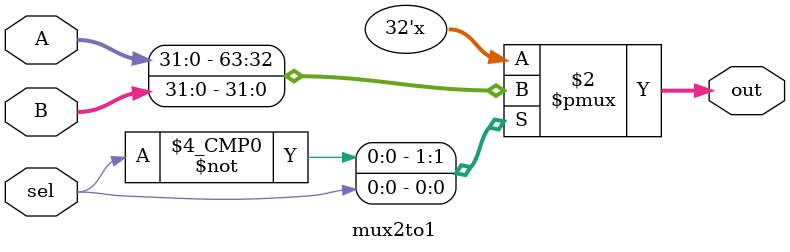
<source format=v>
module mux2to1(A, B, sel, out);
input [31:0] A;
input [31:0] B;
input sel;
output reg [31:0] out;

always@(A, B, sel)
case(sel)
    2'b0: out = A;
    2'b1: out = B;
endcase

endmodule
</source>
